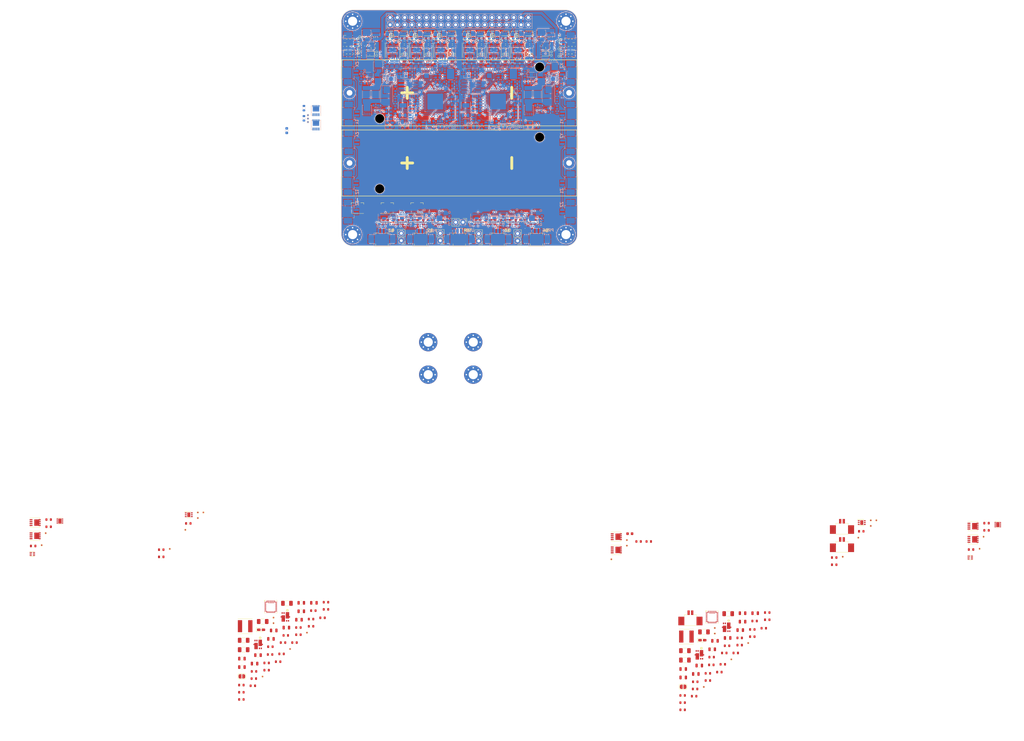
<source format=kicad_pcb>
(kicad_pcb (version 20210623) (generator pcbnew)

  (general
    (thickness 1)
  )

  (paper "A4")
  (title_block
    (title "BUTCube - EPS")
    (date "2021-08-20")
    (rev "v1.0")
    (company "VUT - FIT(STRaDe) & FME(IAE & IPE)")
    (comment 1 "Author: Petr Malaník")
  )

  (layers
    (0 "F.Cu" signal)
    (1 "In1.Cu" power)
    (2 "In2.Cu" mixed)
    (31 "B.Cu" signal)
    (32 "B.Adhes" user "B.Adhesive")
    (33 "F.Adhes" user "F.Adhesive")
    (34 "B.Paste" user)
    (35 "F.Paste" user)
    (36 "B.SilkS" user "B.Silkscreen")
    (37 "F.SilkS" user "F.Silkscreen")
    (38 "B.Mask" user)
    (39 "F.Mask" user)
    (40 "Dwgs.User" user "User.Drawings")
    (41 "Cmts.User" user "User.Comments")
    (42 "Eco1.User" user "User.Eco1")
    (43 "Eco2.User" user "User.Eco2")
    (44 "Edge.Cuts" user)
    (45 "Margin" user)
    (46 "B.CrtYd" user "B.Courtyard")
    (47 "F.CrtYd" user "F.Courtyard")
    (48 "B.Fab" user)
    (49 "F.Fab" user)
    (50 "User.1" user)
    (51 "User.2" user)
    (52 "User.3" user)
    (53 "User.4" user)
    (54 "User.5" user)
    (55 "User.6" user)
    (56 "User.7" user)
    (57 "User.8" user)
    (58 "User.9" user)
  )

  (setup
    (stackup
      (layer "F.SilkS" (type "Top Silk Screen"))
      (layer "F.Paste" (type "Top Solder Paste"))
      (layer "F.Mask" (type "Top Solder Mask") (color "Green") (thickness 0.01))
      (layer "F.Cu" (type "copper") (thickness 0.035))
      (layer "dielectric 1" (type "core") (thickness 0.28) (material "FR4") (epsilon_r 4.5) (loss_tangent 0.02))
      (layer "In1.Cu" (type "copper") (thickness 0.035))
      (layer "dielectric 2" (type "prepreg") (thickness 0.28) (material "FR4") (epsilon_r 4.5) (loss_tangent 0.02))
      (layer "In2.Cu" (type "copper") (thickness 0.035))
      (layer "dielectric 3" (type "core") (thickness 0.28) (material "FR4") (epsilon_r 4.5) (loss_tangent 0.02))
      (layer "B.Cu" (type "copper") (thickness 0.035))
      (layer "B.Mask" (type "Bottom Solder Mask") (color "Green") (thickness 0.01))
      (layer "B.Paste" (type "Bottom Solder Paste"))
      (layer "B.SilkS" (type "Bottom Silk Screen"))
      (copper_finish "Immersion gold")
      (dielectric_constraints no)
    )
    (pad_to_mask_clearance 0)
    (pcbplotparams
      (layerselection 0x00010fc_ffffffff)
      (disableapertmacros false)
      (usegerberextensions false)
      (usegerberattributes true)
      (usegerberadvancedattributes true)
      (creategerberjobfile true)
      (svguseinch false)
      (svgprecision 6)
      (excludeedgelayer true)
      (plotframeref false)
      (viasonmask false)
      (mode 1)
      (useauxorigin false)
      (hpglpennumber 1)
      (hpglpenspeed 20)
      (hpglpendiameter 15.000000)
      (dxfpolygonmode true)
      (dxfimperialunits true)
      (dxfusepcbnewfont true)
      (psnegative false)
      (psa4output false)
      (plotreference true)
      (plotvalue true)
      (plotinvisibletext false)
      (sketchpadsonfab false)
      (subtractmaskfromsilk false)
      (outputformat 1)
      (mirror false)
      (drillshape 1)
      (scaleselection 1)
      (outputdirectory "")
    )
  )

  (net 0 "")
  (net 1 "Net-(C1-Pad1)")
  (net 2 "VBUS")
  (net 3 "/Unit #1/MCU/MCU_POWER")
  (net 4 "/Unit #1/Battery charger/BAT")
  (net 5 "/Unit #1/Battery charger/SOLAR_IN")
  (net 6 "/USB power/USB_POWER")
  (net 7 "Net-(C6-Pad1)")
  (net 8 "Net-(C6-Pad2)")
  (net 9 "Net-(C7-Pad1)")
  (net 10 "GND")
  (net 11 "Net-(C7-Pad2)")
  (net 12 "Net-(C8-Pad1)")
  (net 13 "/Unit #1/Battery charger/PMID")
  (net 14 "/Unit #1/Battery charger/SYS")
  (net 15 "/Unit #1/Battery charger/REGN")
  (net 16 "/Unit #1/Activation control/PWR_OUT")
  (net 17 "Net-(C29-Pad1)")
  (net 18 "/Unit #1/MCU/OUT_CUR")
  (net 19 "Net-(C32-Pad1)")
  (net 20 "/Unit #1/MCU/VREF")
  (net 21 "Net-(C47-Pad1)")
  (net 22 "/Unit #2/MCU/MCU_POWER")
  (net 23 "/Unit #2/Battery charger/SOLAR_IN")
  (net 24 "Net-(C52-Pad1)")
  (net 25 "Net-(C52-Pad2)")
  (net 26 "Net-(C53-Pad1)")
  (net 27 "Net-(C53-Pad2)")
  (net 28 "Net-(C54-Pad1)")
  (net 29 "/Unit #2/Battery charger/PMID")
  (net 30 "/Unit #2/Battery charger/SYS")
  (net 31 "/Unit #2/Battery charger/REGN")
  (net 32 "/Unit #2/Activation control/PWR_OUT")
  (net 33 "Net-(C75-Pad1)")
  (net 34 "/Unit #2/MCU/OUT_CUR")
  (net 35 "Net-(C78-Pad1)")
  (net 36 "/Unit #2/MCU/VREF")
  (net 37 "Net-(C93-Pad1)")
  (net 38 "Net-(C94-Pad1)")
  (net 39 "/Unit #1/Output control/PWR_OUT")
  (net 40 "Net-(C96-Pad1)")
  (net 41 "Net-(C97-Pad1)")
  (net 42 "/Unit #2/Output control/PWR_OUT")
  (net 43 "Net-(C101-Pad1)")
  (net 44 "Net-(C102-Pad1)")
  (net 45 "Net-(C106-Pad1)")
  (net 46 "Net-(C107-Pad1)")
  (net 47 "Net-(C111-Pad1)")
  (net 48 "Net-(C112-Pad1)")
  (net 49 "Net-(C116-Pad1)")
  (net 50 "Net-(C117-Pad1)")
  (net 51 "Net-(C121-Pad1)")
  (net 52 "Net-(C122-Pad1)")
  (net 53 "/Unit #1/ADC/VBAT_CUR")
  (net 54 "/Unit #2/ADC/VBAT_CUR")
  (net 55 "Net-(C129-Pad1)")
  (net 56 "Net-(C130-Pad1)")
  (net 57 "Net-(C131-Pad1)")
  (net 58 "Net-(C132-Pad1)")
  (net 59 "Net-(C133-Pad1)")
  (net 60 "/Unit #2/Activation control/Activation logic/PWR_IN")
  (net 61 "Net-(C138-Pad1)")
  (net 62 "Net-(C139-Pad1)")
  (net 63 "Net-(C140-Pad1)")
  (net 64 "Net-(C141-Pad1)")
  (net 65 "Net-(C142-Pad1)")
  (net 66 "/Unit #1/Activation control/Activation logic/PWR_IN")
  (net 67 "Net-(D2-Pad2)")
  (net 68 "/Stack connector/CAN_L")
  (net 69 "/Stack connector/CAN_H")
  (net 70 "/Unit #1/ADC/1V8_CUR")
  (net 71 "/Unit #2/ADC/1V8_CUR")
  (net 72 "/Unit #1/ADC/3V3_CUR")
  (net 73 "/Unit #2/ADC/3V3_CUR")
  (net 74 "/Unit #1/ADC/5V_CUR")
  (net 75 "/Unit #2/ADC/5V_CUR")
  (net 76 "/Unit #1/Activation control/PWR_IN")
  (net 77 "/Unit #1/MCU/POWER")
  (net 78 "Net-(F3-Pad2)")
  (net 79 "/Unit #2/Activation control/PWR_IN")
  (net 80 "/Unit #2/MCU/POWER")
  (net 81 "Net-(F6-Pad2)")
  (net 82 "Net-(F7-Pad1)")
  (net 83 "/Unit #1/1V8")
  (net 84 "Net-(F8-Pad1)")
  (net 85 "/Unit #2/1V8")
  (net 86 "Net-(F9-Pad1)")
  (net 87 "/Unit #1/3V3")
  (net 88 "Net-(F10-Pad1)")
  (net 89 "/Unit #2/3V3")
  (net 90 "Net-(F11-Pad1)")
  (net 91 "/Unit #1/5V")
  (net 92 "Net-(F12-Pad1)")
  (net 93 "/Unit #2/5V")
  (net 94 "Net-(F13-Pad1)")
  (net 95 "/Unit #1/VBAT")
  (net 96 "Net-(F14-Pad1)")
  (net 97 "/Unit #2/VBAT")
  (net 98 "Net-(J7-Pad1)")
  (net 99 "/Unit #1/MCU/DBG_TX")
  (net 100 "/Unit #1/MCU/DBG_RX")
  (net 101 "/Unit #1/MCU/SWCLK")
  (net 102 "/Unit #1/MCU/SWDIO")
  (net 103 "/Unit #1/Battery temperature control/NTC_OUT")
  (net 104 "Net-(J11-Pad1)")
  (net 105 "/Stack connector/EPS#1_CHARGE")
  (net 106 "/Stack connector/RS_485_~{B}")
  (net 107 "/Stack connector/RS_485_A")
  (net 108 "/Stack connector/EPS#2_CHARGE")
  (net 109 "Net-(J19-Pad1)")
  (net 110 "/Unit #2/MCU/DBG_TX")
  (net 111 "/Unit #2/MCU/DBG_RX")
  (net 112 "/Unit #2/MCU/SWCLK")
  (net 113 "/Unit #2/MCU/SWDIO")
  (net 114 "/Unit #2/Battery temperature control/NTC_OUT")
  (net 115 "Net-(J23-Pad1)")
  (net 116 "/Activation switches/RBF_PIN")
  (net 117 "/Activation switches/SW_#1")
  (net 118 "/Activation switches/SW_#2")
  (net 119 "/Activation switches/SW_#3")
  (net 120 "/Activation switches/SW_#4")
  (net 121 "Net-(JP1-Pad2)")
  (net 122 "Net-(JP2-Pad1)")
  (net 123 "/Unit #1/MCU/NRST")
  (net 124 "Net-(JP3-Pad1)")
  (net 125 "Net-(JP3-Pad2)")
  (net 126 "Net-(JP4-Pad2)")
  (net 127 "Net-(JP5-Pad1)")
  (net 128 "/Unit #2/MCU/NRST")
  (net 129 "Net-(JP6-Pad1)")
  (net 130 "Net-(JP6-Pad2)")
  (net 131 "Net-(L3-Pad1)")
  (net 132 "Net-(L3-Pad2)")
  (net 133 "Net-(L4-Pad1)")
  (net 134 "Net-(L4-Pad2)")
  (net 135 "Net-(L5-Pad1)")
  (net 136 "Net-(L5-Pad2)")
  (net 137 "Net-(L6-Pad1)")
  (net 138 "Net-(L6-Pad2)")
  (net 139 "Net-(L7-Pad1)")
  (net 140 "Net-(L7-Pad2)")
  (net 141 "Net-(L8-Pad1)")
  (net 142 "Net-(L8-Pad2)")
  (net 143 "Net-(Q1-PadG1)")
  (net 144 "Net-(Q1-PadS1)")
  (net 145 "Net-(Q2-PadG1)")
  (net 146 "Net-(Q2-PadS1)")
  (net 147 "/Unit #1/Activation control/Activation logic/SEP_EN")
  (net 148 "Net-(Q3-Pad5)")
  (net 149 "/Unit #1/Activation control/Activation logic/RBF_EN")
  (net 150 "Net-(Q5-Pad1)")
  (net 151 "Net-(Q5-Pad3)")
  (net 152 "Net-(Q7-Pad1)")
  (net 153 "Net-(Q7-Pad4)")
  (net 154 "Net-(Q7-Pad5)")
  (net 155 "Net-(Q9-PadG1)")
  (net 156 "Net-(Q9-PadS1)")
  (net 157 "Net-(Q10-PadG1)")
  (net 158 "Net-(Q10-PadS1)")
  (net 159 "/Unit #2/Activation control/Activation logic/SEP_EN")
  (net 160 "Net-(Q11-Pad5)")
  (net 161 "/Unit #2/Activation control/Activation logic/RBF_EN")
  (net 162 "Net-(Q13-Pad1)")
  (net 163 "Net-(Q13-Pad3)")
  (net 164 "Net-(Q15-Pad1)")
  (net 165 "Net-(Q15-Pad4)")
  (net 166 "Net-(Q15-Pad5)")
  (net 167 "Net-(Q17-Pad4)")
  (net 168 "Net-(Q17-Pad5)")
  (net 169 "Net-(Q18-Pad1)")
  (net 170 "Net-(Q18-Pad4)")
  (net 171 "Net-(Q19-Pad4)")
  (net 172 "Net-(Q19-Pad5)")
  (net 173 "Net-(Q20-Pad1)")
  (net 174 "Net-(Q20-Pad4)")
  (net 175 "/Unit #1/Power supplies/Power_supply_1V8/PER_POWER")
  (net 176 "/Unit #1/MCU/1V8_EN")
  (net 177 "/Unit #2/Power supplies/Power_supply_1V8/PER_POWER")
  (net 178 "/Unit #2/MCU/1V8_EN")
  (net 179 "/Unit #1/MCU/3V3_EN")
  (net 180 "/Unit #2/MCU/3V3_EN")
  (net 181 "/Unit #1/Power supplies/Power_supply_5V/PER_POWER")
  (net 182 "/Unit #1/MCU/5V_EN")
  (net 183 "/Unit #2/Power supplies/Power_supply_5V/PER_POWER")
  (net 184 "/Unit #2/MCU/5V_EN")
  (net 185 "Net-(Q27-Pad1)")
  (net 186 "/Unit #1/MCU/VBAT_EN")
  (net 187 "Net-(Q28-Pad1)")
  (net 188 "/Unit #2/MCU/VBAT_EN")
  (net 189 "/Unit #1/Battery charger/D+")
  (net 190 "/Unit #1/Battery charger/D-")
  (net 191 "Net-(R5-Pad2)")
  (net 192 "Net-(R6-Pad2)")
  (net 193 "Net-(R7-Pad1)")
  (net 194 "Net-(R8-Pad2)")
  (net 195 "Net-(D1-Pad2)")
  (net 196 "Net-(R11-Pad1)")
  (net 197 "Net-(R16-Pad2)")
  (net 198 "Net-(R17-Pad2)")
  (net 199 "Net-(R18-Pad2)")
  (net 200 "Net-(R21-Pad2)")
  (net 201 "Net-(R22-Pad1)")
  (net 202 "Net-(R24-Pad2)")
  (net 203 "/Unit #1/MCU/VBAT")
  (net 204 "/Unit #1/MCU/VDDUSB")
  (net 205 "Net-(R30-Pad1)")
  (net 206 "/Unit #1/MCU/CAN_RS")
  (net 207 "/Unit #1/MCU/RS_485_R_EN")
  (net 208 "/Unit #1/MCU/RS_485_T_EN")
  (net 209 "/Unit #1/Battery temperature control/EN")
  (net 210 "/Unit #1/Battery temperature control/NTC_REF")
  (net 211 "/Unit #2/Battery charger/D+")
  (net 212 "/Unit #2/Battery charger/D-")
  (net 213 "Net-(R47-Pad2)")
  (net 214 "Net-(R57-Pad2)")
  (net 215 "/Unit #2/MCU/VBAT")
  (net 216 "/Unit #2/MCU/VDDUSB")
  (net 217 "/Unit #2/MCU/CAN_RS")
  (net 218 "/Unit #2/MCU/RS_485_R_EN")
  (net 219 "/Unit #2/MCU/RS_485_T_EN")
  (net 220 "/Unit #2/Battery temperature control/EN")
  (net 221 "/Unit #2/Battery temperature control/NTC_REF")
  (net 222 "Net-(R82-Pad1)")
  (net 223 "Net-(R91-Pad2)")
  (net 224 "Net-(R98-Pad2)")
  (net 225 "Net-(R105-Pad2)")
  (net 226 "Net-(R112-Pad2)")
  (net 227 "Net-(R119-Pad2)")
  (net 228 "/Unit #1/Battery temperature control/~{FAULT}")
  (net 229 "/Unit #2/Battery temperature control/~{FAULT}")
  (net 230 "Net-(TP61-Pad1)")
  (net 231 "Net-(TP62-Pad1)")
  (net 232 "Net-(TP63-Pad1)")
  (net 233 "Net-(TP64-Pad1)")
  (net 234 "Net-(TP67-Pad1)")
  (net 235 "Net-(TP69-Pad1)")
  (net 236 "Net-(TP70-Pad1)")
  (net 237 "Net-(TP71-Pad1)")
  (net 238 "Net-(TP72-Pad1)")
  (net 239 "Net-(TP75-Pad1)")
  (net 240 "/Unit #1/ADC/~{CS}")
  (net 241 "/Unit #1/MCU/SPI_MISO")
  (net 242 "/Unit #1/MCU/SPI_SCK")
  (net 243 "/Unit #1/MCU/SPI_MOSI")
  (net 244 "Net-(D1-Pad1)")
  (net 245 "/Unit #1/Battery charger/SCL")
  (net 246 "/Unit #1/Battery charger/SDA")
  (net 247 "/Unit #1/Battery charger/~{INT}")
  (net 248 "/Unit #1/MCU/WDG_RESET")
  (net 249 "/Unit #1/MCU/FRAM_CS")
  (net 250 "/Unit #1/MCU/LSE")
  (net 251 "/Unit #1/MCU/HSE")
  (net 252 "/Unit #1/Battery charger/BAT_ALERT")
  (net 253 "/Unit #1/MCU/RS_485_R")
  (net 254 "/Unit #1/MCU/RS_485_T")
  (net 255 "/Unit #1/MCU/CAN_RX")
  (net 256 "/Unit #1/MCU/CAN_TX")
  (net 257 "/Unit #2/ADC/~{CS}")
  (net 258 "/Unit #2/MCU/SPI_MISO")
  (net 259 "/Unit #2/MCU/SPI_SCK")
  (net 260 "/Unit #2/MCU/SPI_MOSI")
  (net 261 "Net-(D5-Pad1)")
  (net 262 "/Unit #2/Battery charger/SCL")
  (net 263 "/Unit #2/Battery charger/SDA")
  (net 264 "/Unit #2/Battery charger/~{INT}")
  (net 265 "/Unit #2/MCU/WDG_RESET")
  (net 266 "/Unit #2/MCU/FRAM_CS")
  (net 267 "/Unit #2/MCU/LSE")
  (net 268 "/Unit #2/MCU/HSE")
  (net 269 "/Unit #2/Battery charger/BAT_ALERT")
  (net 270 "/Unit #2/MCU/RS_485_R")
  (net 271 "/Unit #2/MCU/RS_485_T")
  (net 272 "/Unit #2/MCU/CAN_RX")
  (net 273 "/Unit #2/MCU/CAN_TX")
  (net 274 "Net-(U52-Pad6)")
  (net 275 "Net-(U53-Pad8)")
  (net 276 "Net-(U54-Pad12)")
  (net 277 "Net-(U48-Pad6)")
  (net 278 "Net-(U48-Pad8)")
  (net 279 "Net-(U48-Pad12)")
  (net 280 "Net-(U49-Pad10)")
  (net 281 "Net-(U49-Pad8)")
  (net 282 "Net-(U49-Pad12)")
  (net 283 "Net-(U50-Pad12)")
  (net 284 "Net-(U52-Pad8)")
  (net 285 "Net-(U52-Pad12)")
  (net 286 "Net-(U53-Pad10)")
  (net 287 "Net-(U53-Pad12)")
  (net 288 "Net-(D4-Pad1)")
  (net 289 "Net-(D7-Pad1)")
  (net 290 "Net-(D7-Pad2)")
  (net 291 "Net-(D8-Pad2)")
  (net 292 "Net-(D10-Pad1)")
  (net 293 "Net-(D11-Pad1)")
  (net 294 "/Unit #1/MCU/LED1")
  (net 295 "/Unit #1/MCU/LED2")
  (net 296 "Net-(R41-Pad1)")
  (net 297 "Net-(R46-Pad2)")
  (net 298 "Net-(R48-Pad1)")
  (net 299 "Net-(R49-Pad2)")
  (net 300 "Net-(R52-Pad1)")
  (net 301 "Net-(R58-Pad2)")
  (net 302 "Net-(R59-Pad2)")
  (net 303 "Net-(R62-Pad2)")
  (net 304 "Net-(R63-Pad1)")
  (net 305 "Net-(R65-Pad2)")
  (net 306 "Net-(R71-Pad1)")
  (net 307 "/Unit #2/MCU/LED1")
  (net 308 "/Unit #2/MCU/LED2")
  (net 309 "Net-(R84-Pad1)")
  (net 310 "Net-(R86-Pad1)")
  (net 311 "Net-(R88-Pad2)")
  (net 312 "Net-(R89-Pad1)")
  (net 313 "Net-(R95-Pad2)")
  (net 314 "Net-(R96-Pad1)")
  (net 315 "Net-(R102-Pad2)")
  (net 316 "Net-(R103-Pad1)")
  (net 317 "Net-(R109-Pad2)")
  (net 318 "Net-(R110-Pad1)")
  (net 319 "Net-(R116-Pad2)")
  (net 320 "Net-(R117-Pad1)")
  (net 321 "Net-(R123-Pad2)")
  (net 322 "Net-(R124-Pad1)")
  (net 323 "Net-(R126-Pad2)")
  (net 324 "Net-(R132-Pad2)")
  (net 325 "Net-(R137-Pad2)")
  (net 326 "/Unit #2/Battery charger/BAT")
  (net 327 "/Unit #1/Battery charger/BAT+")
  (net 328 "/Unit #2/Battery charger/BAT+")
  (net 329 "/Unit #1/ADC/VBAT_DIV")
  (net 330 "/Unit #1/ADC/3V3_DIV")
  (net 331 "/Unit #1/ADC/5V_DIV")
  (net 332 "/Unit #2/ADC/VBAT_DIV")
  (net 333 "/Unit #2/ADC/3V3_DIV")
  (net 334 "/Unit #2/ADC/5V_DIV")
  (net 335 "unconnected-(J12-Pad11)")
  (net 336 "unconnected-(J12-Pad12)")
  (net 337 "unconnected-(J12-Pad13)")
  (net 338 "unconnected-(J12-Pad14)")
  (net 339 "unconnected-(J12-Pad15)")
  (net 340 "unconnected-(J12-Pad16)")
  (net 341 "unconnected-(J12-Pad17)")
  (net 342 "unconnected-(J12-Pad18)")
  (net 343 "unconnected-(J12-Pad23)")
  (net 344 "unconnected-(J12-Pad24)")
  (net 345 "unconnected-(J12-Pad25)")
  (net 346 "unconnected-(J12-Pad26)")
  (net 347 "unconnected-(J12-Pad27)")
  (net 348 "unconnected-(J12-Pad28)")
  (net 349 "unconnected-(J12-Pad29)")
  (net 350 "unconnected-(J12-Pad30)")
  (net 351 "/Unit #1/ADC/CONV_EN")
  (net 352 "Net-(Q29-Pad3)")
  (net 353 "Net-(Q30-Pad3)")
  (net 354 "Net-(Q31-Pad3)")
  (net 355 "/Unit #2/ADC/CONV_EN")
  (net 356 "Net-(Q32-Pad3)")
  (net 357 "Net-(Q33-Pad3)")
  (net 358 "Net-(Q34-Pad3)")
  (net 359 "unconnected-(U6-Pad3)")
  (net 360 "unconnected-(U8-Pad3)")
  (net 361 "unconnected-(U9-Pad4)")
  (net 362 "unconnected-(U9-Pad10)")
  (net 363 "unconnected-(U10-Pad3)")
  (net 364 "unconnected-(U12-Pad7)")
  (net 365 "unconnected-(U19-Pad3)")
  (net 366 "unconnected-(U21-Pad3)")
  (net 367 "unconnected-(U22-Pad4)")
  (net 368 "unconnected-(U22-Pad10)")
  (net 369 "unconnected-(U23-Pad3)")
  (net 370 "unconnected-(U25-Pad7)")
  (net 371 "unconnected-(U27-Pad1)")
  (net 372 "unconnected-(U30-Pad1)")
  (net 373 "unconnected-(U50-Pad8)")
  (net 374 "unconnected-(U54-Pad8)")
  (net 375 "unconnected-(X1-Pad1)")
  (net 376 "unconnected-(X3-Pad1)")

  (footprint "TCY_passives:C_0603_1608Metric" (layer "F.Cu") (at 62.985 271.625))

  (footprint "TCY_passives:C_0603_1608Metric" (layer "F.Cu") (at 233.76 256.98))

  (footprint "TCY_passives:R_0603_1608Metric" (layer "F.Cu") (at 208.63 278.64))

  (footprint "Diode_SMD:D_SOD-323F" (layer "F.Cu") (at 95.1 59.325 180))

  (footprint "TCY_passives:R_0603_1608Metric" (layer "F.Cu") (at 163.8 54.2 90))

  (footprint "TCY_IC:VQFN-HR_29(34)_4x4mm_P0.4mm" (layer "F.Cu") (at 214.495 256.045))

  (footprint "TCY_passives:R_0603_1608Metric" (layer "F.Cu") (at 93.1 53.725 90))

  (footprint "TCY_passives:D_0603_1608Metric" (layer "F.Cu") (at 86.3 56.8 -90))

  (footprint "TCY_passives:R_0603_1608Metric" (layer "F.Cu") (at 257.14 235.26))

  (footprint "MountingHole:MountingHole_3.2mm_M3_Pad_Via" (layer "F.Cu") (at 89 122.5))

  (footprint "TCY_passives:R_0603_1608Metric" (layer "F.Cu") (at 107.05 58.2))

  (footprint "TCY_passives:C_0603_1608Metric" (layer "F.Cu") (at 54.165 280.035))

  (footprint "TCY_passives:R_0603_1608Metric" (layer "F.Cu") (at 192.4 229.65))

  (footprint "TCY_connectors:TestPoint_Pad_D0.5mm" (layer "F.Cu") (at 158.4 59.9))

  (footprint "TCY_connectors:Amphenol_10114830-11102LF_1x02_P1.25mm_Horizontal" (layer "F.Cu") (at 99.25 122))

  (footprint "TCY_passives:R_0603_1608Metric" (layer "F.Cu") (at 113.7 118.2 -90))

  (footprint "TCY_passives:R_0603_1608Metric" (layer "F.Cu") (at 257.14 237.77))

  (footprint "TCY_passives:R_0603_1608Metric" (layer "F.Cu") (at 151.187255 118.138244 -90))

  (footprint "TCY_passives:R_0603_1608Metric" (layer "F.Cu") (at 162.6 54.2 -90))

  (footprint "TCY_connectors:TestPoint_Pad_D0.5mm" (layer "F.Cu") (at 25.155 232.235))

  (footprint "TCY_connectors:TestPoint_Pad_D0.5mm" (layer "F.Cu") (at 57.545 276.805))

  (footprint "TCY_passives:R_0603_1608Metric" (layer "F.Cu") (at 204.22 285.92))

  (footprint "TCY_IC:DFN-3_1.2x1.2mm" (layer "F.Cu") (at 161 53.7))

  (footprint "Connector_PinHeader_2.54mm:PinHeader_1x02_P2.54mm_Vertical" (layer "F.Cu") (at 146.6 124.675 180))

  (footprint "TCY_passives:R_0603_1608Metric" (layer "F.Cu") (at 229.35 257.42))

  (footprint "TCY_passives:R_0603_1608Metric" (layer "F.Cu") (at 31.625 223.345))

  (footprint "TCY_passives:R_0603_1608Metric" (layer "F.Cu") (at -17.135 222.005))

  (footprint "TCY_passives:R_0603_1608Metric" (layer "F.Cu") (at 115.45 55.4))

  (footprint "TCY_passives:R_0603_1608Metric" (layer "F.Cu") (at 150.8 54 180))

  (footprint "TCY_passives:R_0603_1608Metric" (layer "F.Cu") (at 89.9 54.2 90))

  (footprint "TCY_connectors:TestPoint_Pad_D0.5mm" (layer "F.Cu") (at 30.595 225.575))

  (footprint "TCY_connectors:TestPoint_Pad_D0.5mm" (layer "F.Cu") (at 61.385 256.225))

  (footprint "TCY_passives:C_0805_2012Metric" (layer "F.Cu") (at 214.55 267.29))

  (footprint "TCY_passives:R_0603_1608Metric" (layer "F.Cu") (at 58.975 272.065))

  (footprint "TCY_passives:R_0603_1608Metric" (layer "F.Cu") (at 218.25 272.53))

  (footprint "TCY_passives:R_0603_1608Metric" (layer "F.Cu") (at 131.987255 118.138244 90))

  (footprint "TCY_passives:D_0603_1608Metric" (layer "F.Cu") (at 86.3 54.2 -90))

  (footprint "TCY_passives:C_0603_1608Metric" (layer "F.Cu") (at 165 54.2 90))

  (footprint "TCY_passives:C_0603_1608Metric" (layer "F.Cu") (at 204.22 288.43))

  (footprint "TCY_passives:R_0603_1608Metric" (layer "F.Cu") (at 88.7 54.2 -90))

  (footprint "TCY_connectors:TestPoint_Pad_D0.5mm" (layer "F.Cu") (at 271.86 222.26))

  (footprint "Package_SO:Vishay_PowerPAK_1212-8_Single" (layer "F.Cu") (at 181.07 232.59))

  (footprint "Package_SO:Vishay_PowerPAK_1212-8_Single" (layer "F.Cu") (at 181.07 227.98))

  (footprint "TCY_passives:R_0603_1608Metric" (layer "F.Cu") (at 219.73 266.07))

  (footprint "TCY_connectors:TestPoint_Pad_D0.5mm" (layer "F.Cu") (at 114.675 59.5))

  (footprint "TCY_passives:R_0603_1608Metric" (layer "F.Cu") (at 89.9 56.8 90))

  (footprint "TCY_passives:C_0805_2012Metric" (layer "F.Cu") (at 60.485 263.665))

  (footprint "TCY_connectors:TestPoint_Pad_D0.5mm" (layer "F.Cu") (at 107.825 59.5))

  (footprint "TCY_passives:C_0805_2012Metric" (layer "F.Cu") (at 61.455 260.715))

  (footprint "TCY_connectors:TestPoint_Pad_D0.5mm" (layer "F.Cu") (at 124.625 59.5))

  (footprint "TCY_IC:DFN-3_1.2x1.2mm" (layer "F.Cu") (at 91.5 54.7 180))

  (footprint "Diode_SMD:D_SOD-323F" (layer "F.Cu") (at 106.7 52.25 180))

  (footprint "TCY_passives:C_0603_1608Metric" (layer "F.Cu") (at 217.05 275.25))

  (footprint "TCY_connectors:TestPoint_Pad_D0.5mm" (layer "F.Cu") (at 73.055 261.485))

  (footprint "TCY_passives:C_0603_1608Metric" (layer "F.Cu") (at 138.787255 118.138244 -90))

  (footprint "TCY_passives:R_0603_1608Metric" (layer "F.Cu") (at 204.22 283.41))

  (footprint "TCY_passives:C_0603_1608Metric" (layer "F.Cu") (at 79.695 250.845))

  (footprint "TCY_passives:R_0603_1608Metric" (layer "F.Cu") (at 120.5 118.2 90))

  (footprint "TCY_passives:C_0805_2012Metric" (layer "F.Cu") (at 224.34 260.59))

  (footprint "Diode_SMD:D_SOD-323F" (layer "F.Cu") (at 133.65 52.25 180))

  (footprint "TCY_passives:C_0805_2012Metric" (layer "F.Cu") (at 219.93 263.34))

  (footprint "TCY_passives:R_0603_1608Metric" (layer "F.Cu")
    (tedit 61276209) (tstamp 3ce6d33e-c9c0-4f85-8516-5b8c21c14ebc)
    (at 50.155 279.785)
    (descr "Resistor SMD 0603 (1608 Metric), square (rectangular) end terminal, IPC_7351 nominal, (Body size source: IPC-SM-782 page 72, https://www.pcb-3d.com/wordpress/wp-content/uploads/ipc-sm-782a_amendment_1_and_2.pdf), generated with kicad-footprint-generator")
    (tags "resistor")
    (property "Sheetfile" "Battery_charger.kicad_sch")
    (property "Sheetname" "Battery charger")
    (path "/3fbfe5f5-450c-4c51-813c-f3d5ddddd4e3/69a229f7-d3f6-4b7d-9358-aa1002ac32e6/e94a69a1-0efb-4192-86ff-8fae8a732a82")
    (attr smd)
    (fp_text reference "R1" (at 0 -1.43) (layer "F.SilkS") hide
      (effects (font (size 1 1) (thickness 0.15)))
      (tstamp f3167373-72c8-44fc-b8ff-1991282d31b7)
    )
    (fp_text value "10k" (at 0 1.43) (layer "F.Fab")
      (effects (font (size 1 1) (thickness 0.15)))
      (tstamp 957947fc-31cb-4fbc-905a-c79be5f6d7ce)
    )
    (fp_text user "${REFERENCE}" (at 0 0) (layer "F.Fab") hide
      (effects (font (size 0.4 0.4) (thickness 0.06)))
      (tstamp dec5fcc4-29a3-44ff-953a-b5901964c530)
    )
    (fp_line (start -0.14058 0.45) (end 0.14058 0.45) (layer "F.SilkS") (width 0.12) (tstamp 7845438e-46e5-4bf0-b7d5-a451ef595491))
    (fp_line (start -0.14058 -0.45) (end 0.14058 -0.45) (layer "F.SilkS") (width 0.12) (tstamp 87a2e2c3-da62-4f05-abfe-c0ca8aa9db66))
    (fp_line (start 1.25 0.6) (end -1.25 0.6) (layer "F.CrtYd") (width 0.05) (tstamp 3a57c9aa-e135-459b-9770-f5acb54da512))
    (fp_line (start -1.25 0.6) (end -1.25 -0.6) (layer "F.CrtYd") (width 0.05) (tstamp 41357597-202b-4271-80a1-f5da1b891e0e))
    (fp_line (start 1.25 -0.6) (end 1.25 0.6) (layer "F.CrtYd") (width 0.05) (tstamp 437381a3-cf87-460f-ab36-280acc555fe4))
    (fp_line (start -1.25 -0.6) (end 1.25 -0.6) (layer "F.CrtYd") (width 0.05) (tstamp fac90e48-cf14-40bf-af3f-85ee4999cfaa))
    (fp_line (start -0.8 0.4) (end -0.8 -0.4) (layer "F.Fab") (width 0.1) (tstamp 3ecc2a51-dfe5-4f38-8de0-97741a0ca4c0))
    (fp_line (start 0.8 0.4) (end -0.8 0.4) (
... [6874183 chars truncated]
</source>
